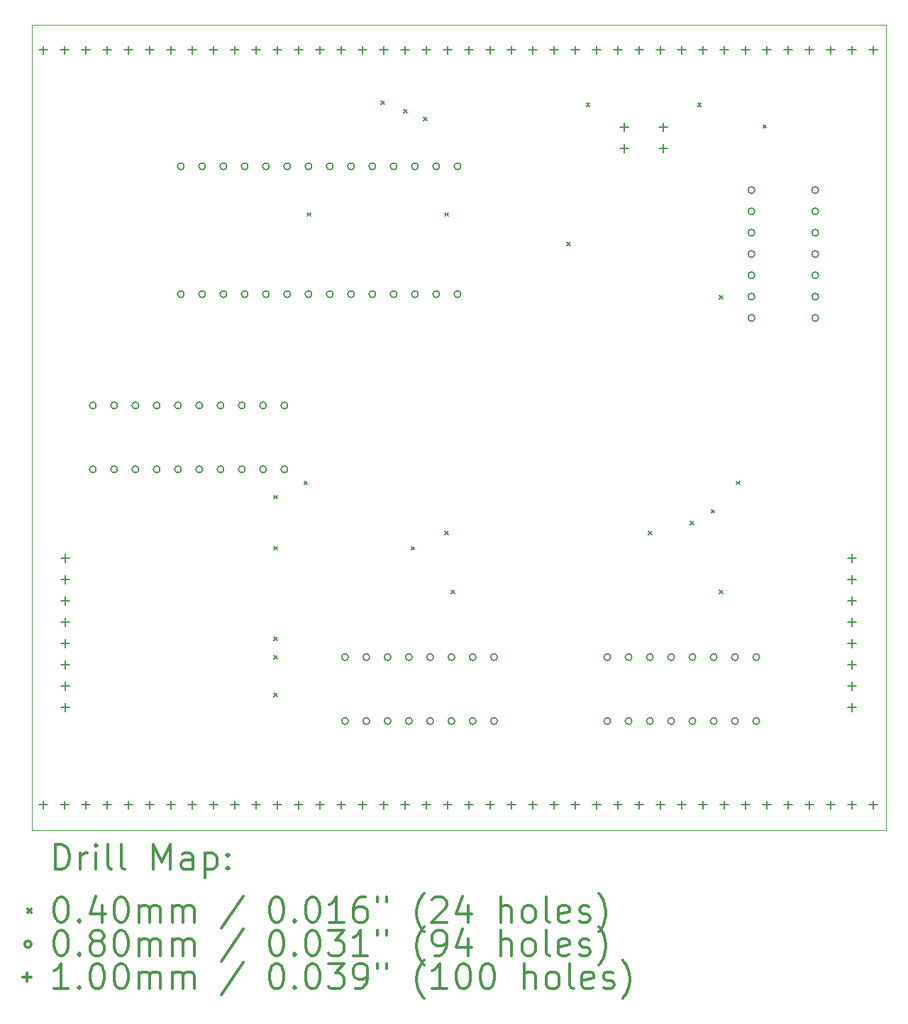
<source format=gbr>
%FSLAX45Y45*%
G04 Gerber Fmt 4.5, Leading zero omitted, Abs format (unit mm)*
G04 Created by KiCad (PCBNEW (5.1.9)-1) date 2021-10-24 10:03:26*
%MOMM*%
%LPD*%
G01*
G04 APERTURE LIST*
%TA.AperFunction,Profile*%
%ADD10C,0.100000*%
%TD*%
%ADD11C,0.200000*%
%ADD12C,0.300000*%
G04 APERTURE END LIST*
D10*
X8500000Y-13900000D02*
X8500000Y-4300000D01*
X18700000Y-13900000D02*
X8500000Y-13900000D01*
X18700000Y-4300000D02*
X18700000Y-13900000D01*
X8500000Y-4300000D02*
X18700000Y-4300000D01*
D11*
X11390000Y-9910000D02*
X11430000Y-9950000D01*
X11430000Y-9910000D02*
X11390000Y-9950000D01*
X11390000Y-10520000D02*
X11430000Y-10560000D01*
X11430000Y-10520000D02*
X11390000Y-10560000D01*
X11390000Y-11600000D02*
X11430000Y-11640000D01*
X11430000Y-11600000D02*
X11390000Y-11640000D01*
X11390000Y-11820000D02*
X11430000Y-11860000D01*
X11430000Y-11820000D02*
X11390000Y-11860000D01*
X11390000Y-12270000D02*
X11430000Y-12310000D01*
X11430000Y-12270000D02*
X11390000Y-12310000D01*
X11750000Y-9740000D02*
X11790000Y-9780000D01*
X11790000Y-9740000D02*
X11750000Y-9780000D01*
X11790000Y-6540000D02*
X11830000Y-6580000D01*
X11830000Y-6540000D02*
X11790000Y-6580000D01*
X12670000Y-5210000D02*
X12710000Y-5250000D01*
X12710000Y-5210000D02*
X12670000Y-5250000D01*
X12940000Y-5310000D02*
X12980000Y-5350000D01*
X12980000Y-5310000D02*
X12940000Y-5350000D01*
X13030000Y-10520000D02*
X13070000Y-10560000D01*
X13070000Y-10520000D02*
X13030000Y-10560000D01*
X13180000Y-5400000D02*
X13220000Y-5440000D01*
X13220000Y-5400000D02*
X13180000Y-5440000D01*
X13430000Y-6540000D02*
X13470000Y-6580000D01*
X13470000Y-6540000D02*
X13430000Y-6580000D01*
X13430000Y-10340000D02*
X13470000Y-10380000D01*
X13470000Y-10340000D02*
X13430000Y-10380000D01*
X13510000Y-11040000D02*
X13550000Y-11080000D01*
X13550000Y-11040000D02*
X13510000Y-11080000D01*
X14890000Y-6890000D02*
X14930000Y-6930000D01*
X14930000Y-6890000D02*
X14890000Y-6930000D01*
X15120000Y-5230000D02*
X15160000Y-5270000D01*
X15160000Y-5230000D02*
X15120000Y-5270000D01*
X15860000Y-10340000D02*
X15900000Y-10380000D01*
X15900000Y-10340000D02*
X15860000Y-10380000D01*
X16360000Y-10220000D02*
X16400000Y-10260000D01*
X16400000Y-10220000D02*
X16360000Y-10260000D01*
X16450000Y-5230000D02*
X16490000Y-5270000D01*
X16490000Y-5230000D02*
X16450000Y-5270000D01*
X16610000Y-10080000D02*
X16650000Y-10120000D01*
X16650000Y-10080000D02*
X16610000Y-10120000D01*
X16710000Y-7530000D02*
X16750000Y-7570000D01*
X16750000Y-7530000D02*
X16710000Y-7570000D01*
X16710000Y-11040000D02*
X16750000Y-11080000D01*
X16750000Y-11040000D02*
X16710000Y-11080000D01*
X16910000Y-9740000D02*
X16950000Y-9780000D01*
X16950000Y-9740000D02*
X16910000Y-9780000D01*
X17230000Y-5490000D02*
X17270000Y-5530000D01*
X17270000Y-5490000D02*
X17230000Y-5530000D01*
X9270000Y-8838000D02*
G75*
G03*
X9270000Y-8838000I-40000J0D01*
G01*
X9270000Y-9600000D02*
G75*
G03*
X9270000Y-9600000I-40000J0D01*
G01*
X9524000Y-8838000D02*
G75*
G03*
X9524000Y-8838000I-40000J0D01*
G01*
X9524000Y-9600000D02*
G75*
G03*
X9524000Y-9600000I-40000J0D01*
G01*
X9778000Y-8838000D02*
G75*
G03*
X9778000Y-8838000I-40000J0D01*
G01*
X9778000Y-9600000D02*
G75*
G03*
X9778000Y-9600000I-40000J0D01*
G01*
X10032000Y-8838000D02*
G75*
G03*
X10032000Y-8838000I-40000J0D01*
G01*
X10032000Y-9600000D02*
G75*
G03*
X10032000Y-9600000I-40000J0D01*
G01*
X10286000Y-8838000D02*
G75*
G03*
X10286000Y-8838000I-40000J0D01*
G01*
X10286000Y-9600000D02*
G75*
G03*
X10286000Y-9600000I-40000J0D01*
G01*
X10320000Y-5986000D02*
G75*
G03*
X10320000Y-5986000I-40000J0D01*
G01*
X10320000Y-7510000D02*
G75*
G03*
X10320000Y-7510000I-40000J0D01*
G01*
X10540000Y-8838000D02*
G75*
G03*
X10540000Y-8838000I-40000J0D01*
G01*
X10540000Y-9600000D02*
G75*
G03*
X10540000Y-9600000I-40000J0D01*
G01*
X10574000Y-5986000D02*
G75*
G03*
X10574000Y-5986000I-40000J0D01*
G01*
X10574000Y-7510000D02*
G75*
G03*
X10574000Y-7510000I-40000J0D01*
G01*
X10794000Y-8838000D02*
G75*
G03*
X10794000Y-8838000I-40000J0D01*
G01*
X10794000Y-9600000D02*
G75*
G03*
X10794000Y-9600000I-40000J0D01*
G01*
X10828000Y-5986000D02*
G75*
G03*
X10828000Y-5986000I-40000J0D01*
G01*
X10828000Y-7510000D02*
G75*
G03*
X10828000Y-7510000I-40000J0D01*
G01*
X11048000Y-8838000D02*
G75*
G03*
X11048000Y-8838000I-40000J0D01*
G01*
X11048000Y-9600000D02*
G75*
G03*
X11048000Y-9600000I-40000J0D01*
G01*
X11082000Y-5986000D02*
G75*
G03*
X11082000Y-5986000I-40000J0D01*
G01*
X11082000Y-7510000D02*
G75*
G03*
X11082000Y-7510000I-40000J0D01*
G01*
X11302000Y-8838000D02*
G75*
G03*
X11302000Y-8838000I-40000J0D01*
G01*
X11302000Y-9600000D02*
G75*
G03*
X11302000Y-9600000I-40000J0D01*
G01*
X11336000Y-5986000D02*
G75*
G03*
X11336000Y-5986000I-40000J0D01*
G01*
X11336000Y-7510000D02*
G75*
G03*
X11336000Y-7510000I-40000J0D01*
G01*
X11556000Y-8838000D02*
G75*
G03*
X11556000Y-8838000I-40000J0D01*
G01*
X11556000Y-9600000D02*
G75*
G03*
X11556000Y-9600000I-40000J0D01*
G01*
X11590000Y-5986000D02*
G75*
G03*
X11590000Y-5986000I-40000J0D01*
G01*
X11590000Y-7510000D02*
G75*
G03*
X11590000Y-7510000I-40000J0D01*
G01*
X11844000Y-5986000D02*
G75*
G03*
X11844000Y-5986000I-40000J0D01*
G01*
X11844000Y-7510000D02*
G75*
G03*
X11844000Y-7510000I-40000J0D01*
G01*
X12098000Y-5986000D02*
G75*
G03*
X12098000Y-5986000I-40000J0D01*
G01*
X12098000Y-7510000D02*
G75*
G03*
X12098000Y-7510000I-40000J0D01*
G01*
X12280000Y-11838000D02*
G75*
G03*
X12280000Y-11838000I-40000J0D01*
G01*
X12280000Y-12600000D02*
G75*
G03*
X12280000Y-12600000I-40000J0D01*
G01*
X12352000Y-5986000D02*
G75*
G03*
X12352000Y-5986000I-40000J0D01*
G01*
X12352000Y-7510000D02*
G75*
G03*
X12352000Y-7510000I-40000J0D01*
G01*
X12534000Y-11838000D02*
G75*
G03*
X12534000Y-11838000I-40000J0D01*
G01*
X12534000Y-12600000D02*
G75*
G03*
X12534000Y-12600000I-40000J0D01*
G01*
X12606000Y-5986000D02*
G75*
G03*
X12606000Y-5986000I-40000J0D01*
G01*
X12606000Y-7510000D02*
G75*
G03*
X12606000Y-7510000I-40000J0D01*
G01*
X12788000Y-11838000D02*
G75*
G03*
X12788000Y-11838000I-40000J0D01*
G01*
X12788000Y-12600000D02*
G75*
G03*
X12788000Y-12600000I-40000J0D01*
G01*
X12860000Y-5986000D02*
G75*
G03*
X12860000Y-5986000I-40000J0D01*
G01*
X12860000Y-7510000D02*
G75*
G03*
X12860000Y-7510000I-40000J0D01*
G01*
X13042000Y-11838000D02*
G75*
G03*
X13042000Y-11838000I-40000J0D01*
G01*
X13042000Y-12600000D02*
G75*
G03*
X13042000Y-12600000I-40000J0D01*
G01*
X13114000Y-5986000D02*
G75*
G03*
X13114000Y-5986000I-40000J0D01*
G01*
X13114000Y-7510000D02*
G75*
G03*
X13114000Y-7510000I-40000J0D01*
G01*
X13296000Y-11838000D02*
G75*
G03*
X13296000Y-11838000I-40000J0D01*
G01*
X13296000Y-12600000D02*
G75*
G03*
X13296000Y-12600000I-40000J0D01*
G01*
X13368000Y-5986000D02*
G75*
G03*
X13368000Y-5986000I-40000J0D01*
G01*
X13368000Y-7510000D02*
G75*
G03*
X13368000Y-7510000I-40000J0D01*
G01*
X13550000Y-11838000D02*
G75*
G03*
X13550000Y-11838000I-40000J0D01*
G01*
X13550000Y-12600000D02*
G75*
G03*
X13550000Y-12600000I-40000J0D01*
G01*
X13622000Y-5986000D02*
G75*
G03*
X13622000Y-5986000I-40000J0D01*
G01*
X13622000Y-7510000D02*
G75*
G03*
X13622000Y-7510000I-40000J0D01*
G01*
X13804000Y-11838000D02*
G75*
G03*
X13804000Y-11838000I-40000J0D01*
G01*
X13804000Y-12600000D02*
G75*
G03*
X13804000Y-12600000I-40000J0D01*
G01*
X14058000Y-11838000D02*
G75*
G03*
X14058000Y-11838000I-40000J0D01*
G01*
X14058000Y-12600000D02*
G75*
G03*
X14058000Y-12600000I-40000J0D01*
G01*
X15410000Y-11838000D02*
G75*
G03*
X15410000Y-11838000I-40000J0D01*
G01*
X15410000Y-12600000D02*
G75*
G03*
X15410000Y-12600000I-40000J0D01*
G01*
X15664000Y-11838000D02*
G75*
G03*
X15664000Y-11838000I-40000J0D01*
G01*
X15664000Y-12600000D02*
G75*
G03*
X15664000Y-12600000I-40000J0D01*
G01*
X15918000Y-11838000D02*
G75*
G03*
X15918000Y-11838000I-40000J0D01*
G01*
X15918000Y-12600000D02*
G75*
G03*
X15918000Y-12600000I-40000J0D01*
G01*
X16172000Y-11838000D02*
G75*
G03*
X16172000Y-11838000I-40000J0D01*
G01*
X16172000Y-12600000D02*
G75*
G03*
X16172000Y-12600000I-40000J0D01*
G01*
X16426000Y-11838000D02*
G75*
G03*
X16426000Y-11838000I-40000J0D01*
G01*
X16426000Y-12600000D02*
G75*
G03*
X16426000Y-12600000I-40000J0D01*
G01*
X16680000Y-11838000D02*
G75*
G03*
X16680000Y-11838000I-40000J0D01*
G01*
X16680000Y-12600000D02*
G75*
G03*
X16680000Y-12600000I-40000J0D01*
G01*
X16934000Y-11838000D02*
G75*
G03*
X16934000Y-11838000I-40000J0D01*
G01*
X16934000Y-12600000D02*
G75*
G03*
X16934000Y-12600000I-40000J0D01*
G01*
X17130000Y-6270000D02*
G75*
G03*
X17130000Y-6270000I-40000J0D01*
G01*
X17130000Y-6524000D02*
G75*
G03*
X17130000Y-6524000I-40000J0D01*
G01*
X17130000Y-6778000D02*
G75*
G03*
X17130000Y-6778000I-40000J0D01*
G01*
X17130000Y-7032000D02*
G75*
G03*
X17130000Y-7032000I-40000J0D01*
G01*
X17130000Y-7286000D02*
G75*
G03*
X17130000Y-7286000I-40000J0D01*
G01*
X17130000Y-7540000D02*
G75*
G03*
X17130000Y-7540000I-40000J0D01*
G01*
X17130000Y-7794000D02*
G75*
G03*
X17130000Y-7794000I-40000J0D01*
G01*
X17188000Y-11838000D02*
G75*
G03*
X17188000Y-11838000I-40000J0D01*
G01*
X17188000Y-12600000D02*
G75*
G03*
X17188000Y-12600000I-40000J0D01*
G01*
X17892000Y-6270000D02*
G75*
G03*
X17892000Y-6270000I-40000J0D01*
G01*
X17892000Y-6524000D02*
G75*
G03*
X17892000Y-6524000I-40000J0D01*
G01*
X17892000Y-6778000D02*
G75*
G03*
X17892000Y-6778000I-40000J0D01*
G01*
X17892000Y-7032000D02*
G75*
G03*
X17892000Y-7032000I-40000J0D01*
G01*
X17892000Y-7286000D02*
G75*
G03*
X17892000Y-7286000I-40000J0D01*
G01*
X17892000Y-7540000D02*
G75*
G03*
X17892000Y-7540000I-40000J0D01*
G01*
X17892000Y-7794000D02*
G75*
G03*
X17892000Y-7794000I-40000J0D01*
G01*
X8640000Y-4550000D02*
X8640000Y-4650000D01*
X8590000Y-4600000D02*
X8690000Y-4600000D01*
X8640000Y-13550000D02*
X8640000Y-13650000D01*
X8590000Y-13600000D02*
X8690000Y-13600000D01*
X8894000Y-4550000D02*
X8894000Y-4650000D01*
X8844000Y-4600000D02*
X8944000Y-4600000D01*
X8894000Y-13550000D02*
X8894000Y-13650000D01*
X8844000Y-13600000D02*
X8944000Y-13600000D01*
X8900000Y-10610000D02*
X8900000Y-10710000D01*
X8850000Y-10660000D02*
X8950000Y-10660000D01*
X8900000Y-10864000D02*
X8900000Y-10964000D01*
X8850000Y-10914000D02*
X8950000Y-10914000D01*
X8900000Y-11118000D02*
X8900000Y-11218000D01*
X8850000Y-11168000D02*
X8950000Y-11168000D01*
X8900000Y-11372000D02*
X8900000Y-11472000D01*
X8850000Y-11422000D02*
X8950000Y-11422000D01*
X8900000Y-11626000D02*
X8900000Y-11726000D01*
X8850000Y-11676000D02*
X8950000Y-11676000D01*
X8900000Y-11880000D02*
X8900000Y-11980000D01*
X8850000Y-11930000D02*
X8950000Y-11930000D01*
X8900000Y-12134000D02*
X8900000Y-12234000D01*
X8850000Y-12184000D02*
X8950000Y-12184000D01*
X8900000Y-12388000D02*
X8900000Y-12488000D01*
X8850000Y-12438000D02*
X8950000Y-12438000D01*
X9148000Y-4550000D02*
X9148000Y-4650000D01*
X9098000Y-4600000D02*
X9198000Y-4600000D01*
X9148000Y-13550000D02*
X9148000Y-13650000D01*
X9098000Y-13600000D02*
X9198000Y-13600000D01*
X9402000Y-4550000D02*
X9402000Y-4650000D01*
X9352000Y-4600000D02*
X9452000Y-4600000D01*
X9402000Y-13550000D02*
X9402000Y-13650000D01*
X9352000Y-13600000D02*
X9452000Y-13600000D01*
X9656000Y-4550000D02*
X9656000Y-4650000D01*
X9606000Y-4600000D02*
X9706000Y-4600000D01*
X9656000Y-13550000D02*
X9656000Y-13650000D01*
X9606000Y-13600000D02*
X9706000Y-13600000D01*
X9910000Y-4550000D02*
X9910000Y-4650000D01*
X9860000Y-4600000D02*
X9960000Y-4600000D01*
X9910000Y-13550000D02*
X9910000Y-13650000D01*
X9860000Y-13600000D02*
X9960000Y-13600000D01*
X10164000Y-4550000D02*
X10164000Y-4650000D01*
X10114000Y-4600000D02*
X10214000Y-4600000D01*
X10164000Y-13550000D02*
X10164000Y-13650000D01*
X10114000Y-13600000D02*
X10214000Y-13600000D01*
X10418000Y-4550000D02*
X10418000Y-4650000D01*
X10368000Y-4600000D02*
X10468000Y-4600000D01*
X10418000Y-13550000D02*
X10418000Y-13650000D01*
X10368000Y-13600000D02*
X10468000Y-13600000D01*
X10672000Y-4550000D02*
X10672000Y-4650000D01*
X10622000Y-4600000D02*
X10722000Y-4600000D01*
X10672000Y-13550000D02*
X10672000Y-13650000D01*
X10622000Y-13600000D02*
X10722000Y-13600000D01*
X10926000Y-4550000D02*
X10926000Y-4650000D01*
X10876000Y-4600000D02*
X10976000Y-4600000D01*
X10926000Y-13550000D02*
X10926000Y-13650000D01*
X10876000Y-13600000D02*
X10976000Y-13600000D01*
X11180000Y-4550000D02*
X11180000Y-4650000D01*
X11130000Y-4600000D02*
X11230000Y-4600000D01*
X11180000Y-13550000D02*
X11180000Y-13650000D01*
X11130000Y-13600000D02*
X11230000Y-13600000D01*
X11434000Y-4550000D02*
X11434000Y-4650000D01*
X11384000Y-4600000D02*
X11484000Y-4600000D01*
X11434000Y-13550000D02*
X11434000Y-13650000D01*
X11384000Y-13600000D02*
X11484000Y-13600000D01*
X11688000Y-4550000D02*
X11688000Y-4650000D01*
X11638000Y-4600000D02*
X11738000Y-4600000D01*
X11688000Y-13550000D02*
X11688000Y-13650000D01*
X11638000Y-13600000D02*
X11738000Y-13600000D01*
X11942000Y-4550000D02*
X11942000Y-4650000D01*
X11892000Y-4600000D02*
X11992000Y-4600000D01*
X11942000Y-13550000D02*
X11942000Y-13650000D01*
X11892000Y-13600000D02*
X11992000Y-13600000D01*
X12196000Y-4550000D02*
X12196000Y-4650000D01*
X12146000Y-4600000D02*
X12246000Y-4600000D01*
X12196000Y-13550000D02*
X12196000Y-13650000D01*
X12146000Y-13600000D02*
X12246000Y-13600000D01*
X12450000Y-4550000D02*
X12450000Y-4650000D01*
X12400000Y-4600000D02*
X12500000Y-4600000D01*
X12450000Y-13550000D02*
X12450000Y-13650000D01*
X12400000Y-13600000D02*
X12500000Y-13600000D01*
X12704000Y-4550000D02*
X12704000Y-4650000D01*
X12654000Y-4600000D02*
X12754000Y-4600000D01*
X12704000Y-13550000D02*
X12704000Y-13650000D01*
X12654000Y-13600000D02*
X12754000Y-13600000D01*
X12958000Y-4550000D02*
X12958000Y-4650000D01*
X12908000Y-4600000D02*
X13008000Y-4600000D01*
X12958000Y-13550000D02*
X12958000Y-13650000D01*
X12908000Y-13600000D02*
X13008000Y-13600000D01*
X13212000Y-4550000D02*
X13212000Y-4650000D01*
X13162000Y-4600000D02*
X13262000Y-4600000D01*
X13212000Y-13550000D02*
X13212000Y-13650000D01*
X13162000Y-13600000D02*
X13262000Y-13600000D01*
X13466000Y-4550000D02*
X13466000Y-4650000D01*
X13416000Y-4600000D02*
X13516000Y-4600000D01*
X13466000Y-13550000D02*
X13466000Y-13650000D01*
X13416000Y-13600000D02*
X13516000Y-13600000D01*
X13720000Y-4550000D02*
X13720000Y-4650000D01*
X13670000Y-4600000D02*
X13770000Y-4600000D01*
X13720000Y-13550000D02*
X13720000Y-13650000D01*
X13670000Y-13600000D02*
X13770000Y-13600000D01*
X13974000Y-4550000D02*
X13974000Y-4650000D01*
X13924000Y-4600000D02*
X14024000Y-4600000D01*
X13974000Y-13550000D02*
X13974000Y-13650000D01*
X13924000Y-13600000D02*
X14024000Y-13600000D01*
X14228000Y-4550000D02*
X14228000Y-4650000D01*
X14178000Y-4600000D02*
X14278000Y-4600000D01*
X14228000Y-13550000D02*
X14228000Y-13650000D01*
X14178000Y-13600000D02*
X14278000Y-13600000D01*
X14482000Y-4550000D02*
X14482000Y-4650000D01*
X14432000Y-4600000D02*
X14532000Y-4600000D01*
X14482000Y-13550000D02*
X14482000Y-13650000D01*
X14432000Y-13600000D02*
X14532000Y-13600000D01*
X14736000Y-4550000D02*
X14736000Y-4650000D01*
X14686000Y-4600000D02*
X14786000Y-4600000D01*
X14736000Y-13550000D02*
X14736000Y-13650000D01*
X14686000Y-13600000D02*
X14786000Y-13600000D01*
X14990000Y-4550000D02*
X14990000Y-4650000D01*
X14940000Y-4600000D02*
X15040000Y-4600000D01*
X14990000Y-13550000D02*
X14990000Y-13650000D01*
X14940000Y-13600000D02*
X15040000Y-13600000D01*
X15244000Y-4550000D02*
X15244000Y-4650000D01*
X15194000Y-4600000D02*
X15294000Y-4600000D01*
X15244000Y-13550000D02*
X15244000Y-13650000D01*
X15194000Y-13600000D02*
X15294000Y-13600000D01*
X15498000Y-4550000D02*
X15498000Y-4650000D01*
X15448000Y-4600000D02*
X15548000Y-4600000D01*
X15498000Y-13550000D02*
X15498000Y-13650000D01*
X15448000Y-13600000D02*
X15548000Y-13600000D01*
X15570000Y-5470000D02*
X15570000Y-5570000D01*
X15520000Y-5520000D02*
X15620000Y-5520000D01*
X15570000Y-5724000D02*
X15570000Y-5824000D01*
X15520000Y-5774000D02*
X15620000Y-5774000D01*
X15752000Y-4550000D02*
X15752000Y-4650000D01*
X15702000Y-4600000D02*
X15802000Y-4600000D01*
X15752000Y-13550000D02*
X15752000Y-13650000D01*
X15702000Y-13600000D02*
X15802000Y-13600000D01*
X16006000Y-4550000D02*
X16006000Y-4650000D01*
X15956000Y-4600000D02*
X16056000Y-4600000D01*
X16006000Y-13550000D02*
X16006000Y-13650000D01*
X15956000Y-13600000D02*
X16056000Y-13600000D01*
X16035000Y-5470000D02*
X16035000Y-5570000D01*
X15985000Y-5520000D02*
X16085000Y-5520000D01*
X16035000Y-5724000D02*
X16035000Y-5824000D01*
X15985000Y-5774000D02*
X16085000Y-5774000D01*
X16260000Y-4550000D02*
X16260000Y-4650000D01*
X16210000Y-4600000D02*
X16310000Y-4600000D01*
X16260000Y-13550000D02*
X16260000Y-13650000D01*
X16210000Y-13600000D02*
X16310000Y-13600000D01*
X16514000Y-4550000D02*
X16514000Y-4650000D01*
X16464000Y-4600000D02*
X16564000Y-4600000D01*
X16514000Y-13550000D02*
X16514000Y-13650000D01*
X16464000Y-13600000D02*
X16564000Y-13600000D01*
X16768000Y-4550000D02*
X16768000Y-4650000D01*
X16718000Y-4600000D02*
X16818000Y-4600000D01*
X16768000Y-13550000D02*
X16768000Y-13650000D01*
X16718000Y-13600000D02*
X16818000Y-13600000D01*
X17022000Y-4550000D02*
X17022000Y-4650000D01*
X16972000Y-4600000D02*
X17072000Y-4600000D01*
X17022000Y-13550000D02*
X17022000Y-13650000D01*
X16972000Y-13600000D02*
X17072000Y-13600000D01*
X17276000Y-4550000D02*
X17276000Y-4650000D01*
X17226000Y-4600000D02*
X17326000Y-4600000D01*
X17276000Y-13550000D02*
X17276000Y-13650000D01*
X17226000Y-13600000D02*
X17326000Y-13600000D01*
X17530000Y-4550000D02*
X17530000Y-4650000D01*
X17480000Y-4600000D02*
X17580000Y-4600000D01*
X17530000Y-13550000D02*
X17530000Y-13650000D01*
X17480000Y-13600000D02*
X17580000Y-13600000D01*
X17784000Y-4550000D02*
X17784000Y-4650000D01*
X17734000Y-4600000D02*
X17834000Y-4600000D01*
X17784000Y-13550000D02*
X17784000Y-13650000D01*
X17734000Y-13600000D02*
X17834000Y-13600000D01*
X18038000Y-4550000D02*
X18038000Y-4650000D01*
X17988000Y-4600000D02*
X18088000Y-4600000D01*
X18038000Y-13550000D02*
X18038000Y-13650000D01*
X17988000Y-13600000D02*
X18088000Y-13600000D01*
X18290000Y-10610000D02*
X18290000Y-10710000D01*
X18240000Y-10660000D02*
X18340000Y-10660000D01*
X18290000Y-10864000D02*
X18290000Y-10964000D01*
X18240000Y-10914000D02*
X18340000Y-10914000D01*
X18290000Y-11118000D02*
X18290000Y-11218000D01*
X18240000Y-11168000D02*
X18340000Y-11168000D01*
X18290000Y-11372000D02*
X18290000Y-11472000D01*
X18240000Y-11422000D02*
X18340000Y-11422000D01*
X18290000Y-11626000D02*
X18290000Y-11726000D01*
X18240000Y-11676000D02*
X18340000Y-11676000D01*
X18290000Y-11880000D02*
X18290000Y-11980000D01*
X18240000Y-11930000D02*
X18340000Y-11930000D01*
X18290000Y-12134000D02*
X18290000Y-12234000D01*
X18240000Y-12184000D02*
X18340000Y-12184000D01*
X18290000Y-12388000D02*
X18290000Y-12488000D01*
X18240000Y-12438000D02*
X18340000Y-12438000D01*
X18292000Y-4550000D02*
X18292000Y-4650000D01*
X18242000Y-4600000D02*
X18342000Y-4600000D01*
X18292000Y-13550000D02*
X18292000Y-13650000D01*
X18242000Y-13600000D02*
X18342000Y-13600000D01*
X18546000Y-4550000D02*
X18546000Y-4650000D01*
X18496000Y-4600000D02*
X18596000Y-4600000D01*
X18546000Y-13550000D02*
X18546000Y-13650000D01*
X18496000Y-13600000D02*
X18596000Y-13600000D01*
D12*
X8781428Y-14370714D02*
X8781428Y-14070714D01*
X8852857Y-14070714D01*
X8895714Y-14085000D01*
X8924286Y-14113571D01*
X8938571Y-14142143D01*
X8952857Y-14199286D01*
X8952857Y-14242143D01*
X8938571Y-14299286D01*
X8924286Y-14327857D01*
X8895714Y-14356429D01*
X8852857Y-14370714D01*
X8781428Y-14370714D01*
X9081428Y-14370714D02*
X9081428Y-14170714D01*
X9081428Y-14227857D02*
X9095714Y-14199286D01*
X9110000Y-14185000D01*
X9138571Y-14170714D01*
X9167143Y-14170714D01*
X9267143Y-14370714D02*
X9267143Y-14170714D01*
X9267143Y-14070714D02*
X9252857Y-14085000D01*
X9267143Y-14099286D01*
X9281428Y-14085000D01*
X9267143Y-14070714D01*
X9267143Y-14099286D01*
X9452857Y-14370714D02*
X9424286Y-14356429D01*
X9410000Y-14327857D01*
X9410000Y-14070714D01*
X9610000Y-14370714D02*
X9581428Y-14356429D01*
X9567143Y-14327857D01*
X9567143Y-14070714D01*
X9952857Y-14370714D02*
X9952857Y-14070714D01*
X10052857Y-14285000D01*
X10152857Y-14070714D01*
X10152857Y-14370714D01*
X10424286Y-14370714D02*
X10424286Y-14213571D01*
X10410000Y-14185000D01*
X10381428Y-14170714D01*
X10324286Y-14170714D01*
X10295714Y-14185000D01*
X10424286Y-14356429D02*
X10395714Y-14370714D01*
X10324286Y-14370714D01*
X10295714Y-14356429D01*
X10281428Y-14327857D01*
X10281428Y-14299286D01*
X10295714Y-14270714D01*
X10324286Y-14256429D01*
X10395714Y-14256429D01*
X10424286Y-14242143D01*
X10567143Y-14170714D02*
X10567143Y-14470714D01*
X10567143Y-14185000D02*
X10595714Y-14170714D01*
X10652857Y-14170714D01*
X10681428Y-14185000D01*
X10695714Y-14199286D01*
X10710000Y-14227857D01*
X10710000Y-14313571D01*
X10695714Y-14342143D01*
X10681428Y-14356429D01*
X10652857Y-14370714D01*
X10595714Y-14370714D01*
X10567143Y-14356429D01*
X10838571Y-14342143D02*
X10852857Y-14356429D01*
X10838571Y-14370714D01*
X10824286Y-14356429D01*
X10838571Y-14342143D01*
X10838571Y-14370714D01*
X10838571Y-14185000D02*
X10852857Y-14199286D01*
X10838571Y-14213571D01*
X10824286Y-14199286D01*
X10838571Y-14185000D01*
X10838571Y-14213571D01*
X8455000Y-14845000D02*
X8495000Y-14885000D01*
X8495000Y-14845000D02*
X8455000Y-14885000D01*
X8838571Y-14700714D02*
X8867143Y-14700714D01*
X8895714Y-14715000D01*
X8910000Y-14729286D01*
X8924286Y-14757857D01*
X8938571Y-14815000D01*
X8938571Y-14886429D01*
X8924286Y-14943571D01*
X8910000Y-14972143D01*
X8895714Y-14986429D01*
X8867143Y-15000714D01*
X8838571Y-15000714D01*
X8810000Y-14986429D01*
X8795714Y-14972143D01*
X8781428Y-14943571D01*
X8767143Y-14886429D01*
X8767143Y-14815000D01*
X8781428Y-14757857D01*
X8795714Y-14729286D01*
X8810000Y-14715000D01*
X8838571Y-14700714D01*
X9067143Y-14972143D02*
X9081428Y-14986429D01*
X9067143Y-15000714D01*
X9052857Y-14986429D01*
X9067143Y-14972143D01*
X9067143Y-15000714D01*
X9338571Y-14800714D02*
X9338571Y-15000714D01*
X9267143Y-14686429D02*
X9195714Y-14900714D01*
X9381428Y-14900714D01*
X9552857Y-14700714D02*
X9581428Y-14700714D01*
X9610000Y-14715000D01*
X9624286Y-14729286D01*
X9638571Y-14757857D01*
X9652857Y-14815000D01*
X9652857Y-14886429D01*
X9638571Y-14943571D01*
X9624286Y-14972143D01*
X9610000Y-14986429D01*
X9581428Y-15000714D01*
X9552857Y-15000714D01*
X9524286Y-14986429D01*
X9510000Y-14972143D01*
X9495714Y-14943571D01*
X9481428Y-14886429D01*
X9481428Y-14815000D01*
X9495714Y-14757857D01*
X9510000Y-14729286D01*
X9524286Y-14715000D01*
X9552857Y-14700714D01*
X9781428Y-15000714D02*
X9781428Y-14800714D01*
X9781428Y-14829286D02*
X9795714Y-14815000D01*
X9824286Y-14800714D01*
X9867143Y-14800714D01*
X9895714Y-14815000D01*
X9910000Y-14843571D01*
X9910000Y-15000714D01*
X9910000Y-14843571D02*
X9924286Y-14815000D01*
X9952857Y-14800714D01*
X9995714Y-14800714D01*
X10024286Y-14815000D01*
X10038571Y-14843571D01*
X10038571Y-15000714D01*
X10181428Y-15000714D02*
X10181428Y-14800714D01*
X10181428Y-14829286D02*
X10195714Y-14815000D01*
X10224286Y-14800714D01*
X10267143Y-14800714D01*
X10295714Y-14815000D01*
X10310000Y-14843571D01*
X10310000Y-15000714D01*
X10310000Y-14843571D02*
X10324286Y-14815000D01*
X10352857Y-14800714D01*
X10395714Y-14800714D01*
X10424286Y-14815000D01*
X10438571Y-14843571D01*
X10438571Y-15000714D01*
X11024286Y-14686429D02*
X10767143Y-15072143D01*
X11410000Y-14700714D02*
X11438571Y-14700714D01*
X11467143Y-14715000D01*
X11481428Y-14729286D01*
X11495714Y-14757857D01*
X11510000Y-14815000D01*
X11510000Y-14886429D01*
X11495714Y-14943571D01*
X11481428Y-14972143D01*
X11467143Y-14986429D01*
X11438571Y-15000714D01*
X11410000Y-15000714D01*
X11381428Y-14986429D01*
X11367143Y-14972143D01*
X11352857Y-14943571D01*
X11338571Y-14886429D01*
X11338571Y-14815000D01*
X11352857Y-14757857D01*
X11367143Y-14729286D01*
X11381428Y-14715000D01*
X11410000Y-14700714D01*
X11638571Y-14972143D02*
X11652857Y-14986429D01*
X11638571Y-15000714D01*
X11624286Y-14986429D01*
X11638571Y-14972143D01*
X11638571Y-15000714D01*
X11838571Y-14700714D02*
X11867143Y-14700714D01*
X11895714Y-14715000D01*
X11910000Y-14729286D01*
X11924286Y-14757857D01*
X11938571Y-14815000D01*
X11938571Y-14886429D01*
X11924286Y-14943571D01*
X11910000Y-14972143D01*
X11895714Y-14986429D01*
X11867143Y-15000714D01*
X11838571Y-15000714D01*
X11810000Y-14986429D01*
X11795714Y-14972143D01*
X11781428Y-14943571D01*
X11767143Y-14886429D01*
X11767143Y-14815000D01*
X11781428Y-14757857D01*
X11795714Y-14729286D01*
X11810000Y-14715000D01*
X11838571Y-14700714D01*
X12224286Y-15000714D02*
X12052857Y-15000714D01*
X12138571Y-15000714D02*
X12138571Y-14700714D01*
X12110000Y-14743571D01*
X12081428Y-14772143D01*
X12052857Y-14786429D01*
X12481428Y-14700714D02*
X12424286Y-14700714D01*
X12395714Y-14715000D01*
X12381428Y-14729286D01*
X12352857Y-14772143D01*
X12338571Y-14829286D01*
X12338571Y-14943571D01*
X12352857Y-14972143D01*
X12367143Y-14986429D01*
X12395714Y-15000714D01*
X12452857Y-15000714D01*
X12481428Y-14986429D01*
X12495714Y-14972143D01*
X12510000Y-14943571D01*
X12510000Y-14872143D01*
X12495714Y-14843571D01*
X12481428Y-14829286D01*
X12452857Y-14815000D01*
X12395714Y-14815000D01*
X12367143Y-14829286D01*
X12352857Y-14843571D01*
X12338571Y-14872143D01*
X12624286Y-14700714D02*
X12624286Y-14757857D01*
X12738571Y-14700714D02*
X12738571Y-14757857D01*
X13181428Y-15115000D02*
X13167143Y-15100714D01*
X13138571Y-15057857D01*
X13124286Y-15029286D01*
X13110000Y-14986429D01*
X13095714Y-14915000D01*
X13095714Y-14857857D01*
X13110000Y-14786429D01*
X13124286Y-14743571D01*
X13138571Y-14715000D01*
X13167143Y-14672143D01*
X13181428Y-14657857D01*
X13281428Y-14729286D02*
X13295714Y-14715000D01*
X13324286Y-14700714D01*
X13395714Y-14700714D01*
X13424286Y-14715000D01*
X13438571Y-14729286D01*
X13452857Y-14757857D01*
X13452857Y-14786429D01*
X13438571Y-14829286D01*
X13267143Y-15000714D01*
X13452857Y-15000714D01*
X13710000Y-14800714D02*
X13710000Y-15000714D01*
X13638571Y-14686429D02*
X13567143Y-14900714D01*
X13752857Y-14900714D01*
X14095714Y-15000714D02*
X14095714Y-14700714D01*
X14224286Y-15000714D02*
X14224286Y-14843571D01*
X14210000Y-14815000D01*
X14181428Y-14800714D01*
X14138571Y-14800714D01*
X14110000Y-14815000D01*
X14095714Y-14829286D01*
X14410000Y-15000714D02*
X14381428Y-14986429D01*
X14367143Y-14972143D01*
X14352857Y-14943571D01*
X14352857Y-14857857D01*
X14367143Y-14829286D01*
X14381428Y-14815000D01*
X14410000Y-14800714D01*
X14452857Y-14800714D01*
X14481428Y-14815000D01*
X14495714Y-14829286D01*
X14510000Y-14857857D01*
X14510000Y-14943571D01*
X14495714Y-14972143D01*
X14481428Y-14986429D01*
X14452857Y-15000714D01*
X14410000Y-15000714D01*
X14681428Y-15000714D02*
X14652857Y-14986429D01*
X14638571Y-14957857D01*
X14638571Y-14700714D01*
X14910000Y-14986429D02*
X14881428Y-15000714D01*
X14824286Y-15000714D01*
X14795714Y-14986429D01*
X14781428Y-14957857D01*
X14781428Y-14843571D01*
X14795714Y-14815000D01*
X14824286Y-14800714D01*
X14881428Y-14800714D01*
X14910000Y-14815000D01*
X14924286Y-14843571D01*
X14924286Y-14872143D01*
X14781428Y-14900714D01*
X15038571Y-14986429D02*
X15067143Y-15000714D01*
X15124286Y-15000714D01*
X15152857Y-14986429D01*
X15167143Y-14957857D01*
X15167143Y-14943571D01*
X15152857Y-14915000D01*
X15124286Y-14900714D01*
X15081428Y-14900714D01*
X15052857Y-14886429D01*
X15038571Y-14857857D01*
X15038571Y-14843571D01*
X15052857Y-14815000D01*
X15081428Y-14800714D01*
X15124286Y-14800714D01*
X15152857Y-14815000D01*
X15267143Y-15115000D02*
X15281428Y-15100714D01*
X15310000Y-15057857D01*
X15324286Y-15029286D01*
X15338571Y-14986429D01*
X15352857Y-14915000D01*
X15352857Y-14857857D01*
X15338571Y-14786429D01*
X15324286Y-14743571D01*
X15310000Y-14715000D01*
X15281428Y-14672143D01*
X15267143Y-14657857D01*
X8495000Y-15261000D02*
G75*
G03*
X8495000Y-15261000I-40000J0D01*
G01*
X8838571Y-15096714D02*
X8867143Y-15096714D01*
X8895714Y-15111000D01*
X8910000Y-15125286D01*
X8924286Y-15153857D01*
X8938571Y-15211000D01*
X8938571Y-15282429D01*
X8924286Y-15339571D01*
X8910000Y-15368143D01*
X8895714Y-15382429D01*
X8867143Y-15396714D01*
X8838571Y-15396714D01*
X8810000Y-15382429D01*
X8795714Y-15368143D01*
X8781428Y-15339571D01*
X8767143Y-15282429D01*
X8767143Y-15211000D01*
X8781428Y-15153857D01*
X8795714Y-15125286D01*
X8810000Y-15111000D01*
X8838571Y-15096714D01*
X9067143Y-15368143D02*
X9081428Y-15382429D01*
X9067143Y-15396714D01*
X9052857Y-15382429D01*
X9067143Y-15368143D01*
X9067143Y-15396714D01*
X9252857Y-15225286D02*
X9224286Y-15211000D01*
X9210000Y-15196714D01*
X9195714Y-15168143D01*
X9195714Y-15153857D01*
X9210000Y-15125286D01*
X9224286Y-15111000D01*
X9252857Y-15096714D01*
X9310000Y-15096714D01*
X9338571Y-15111000D01*
X9352857Y-15125286D01*
X9367143Y-15153857D01*
X9367143Y-15168143D01*
X9352857Y-15196714D01*
X9338571Y-15211000D01*
X9310000Y-15225286D01*
X9252857Y-15225286D01*
X9224286Y-15239571D01*
X9210000Y-15253857D01*
X9195714Y-15282429D01*
X9195714Y-15339571D01*
X9210000Y-15368143D01*
X9224286Y-15382429D01*
X9252857Y-15396714D01*
X9310000Y-15396714D01*
X9338571Y-15382429D01*
X9352857Y-15368143D01*
X9367143Y-15339571D01*
X9367143Y-15282429D01*
X9352857Y-15253857D01*
X9338571Y-15239571D01*
X9310000Y-15225286D01*
X9552857Y-15096714D02*
X9581428Y-15096714D01*
X9610000Y-15111000D01*
X9624286Y-15125286D01*
X9638571Y-15153857D01*
X9652857Y-15211000D01*
X9652857Y-15282429D01*
X9638571Y-15339571D01*
X9624286Y-15368143D01*
X9610000Y-15382429D01*
X9581428Y-15396714D01*
X9552857Y-15396714D01*
X9524286Y-15382429D01*
X9510000Y-15368143D01*
X9495714Y-15339571D01*
X9481428Y-15282429D01*
X9481428Y-15211000D01*
X9495714Y-15153857D01*
X9510000Y-15125286D01*
X9524286Y-15111000D01*
X9552857Y-15096714D01*
X9781428Y-15396714D02*
X9781428Y-15196714D01*
X9781428Y-15225286D02*
X9795714Y-15211000D01*
X9824286Y-15196714D01*
X9867143Y-15196714D01*
X9895714Y-15211000D01*
X9910000Y-15239571D01*
X9910000Y-15396714D01*
X9910000Y-15239571D02*
X9924286Y-15211000D01*
X9952857Y-15196714D01*
X9995714Y-15196714D01*
X10024286Y-15211000D01*
X10038571Y-15239571D01*
X10038571Y-15396714D01*
X10181428Y-15396714D02*
X10181428Y-15196714D01*
X10181428Y-15225286D02*
X10195714Y-15211000D01*
X10224286Y-15196714D01*
X10267143Y-15196714D01*
X10295714Y-15211000D01*
X10310000Y-15239571D01*
X10310000Y-15396714D01*
X10310000Y-15239571D02*
X10324286Y-15211000D01*
X10352857Y-15196714D01*
X10395714Y-15196714D01*
X10424286Y-15211000D01*
X10438571Y-15239571D01*
X10438571Y-15396714D01*
X11024286Y-15082429D02*
X10767143Y-15468143D01*
X11410000Y-15096714D02*
X11438571Y-15096714D01*
X11467143Y-15111000D01*
X11481428Y-15125286D01*
X11495714Y-15153857D01*
X11510000Y-15211000D01*
X11510000Y-15282429D01*
X11495714Y-15339571D01*
X11481428Y-15368143D01*
X11467143Y-15382429D01*
X11438571Y-15396714D01*
X11410000Y-15396714D01*
X11381428Y-15382429D01*
X11367143Y-15368143D01*
X11352857Y-15339571D01*
X11338571Y-15282429D01*
X11338571Y-15211000D01*
X11352857Y-15153857D01*
X11367143Y-15125286D01*
X11381428Y-15111000D01*
X11410000Y-15096714D01*
X11638571Y-15368143D02*
X11652857Y-15382429D01*
X11638571Y-15396714D01*
X11624286Y-15382429D01*
X11638571Y-15368143D01*
X11638571Y-15396714D01*
X11838571Y-15096714D02*
X11867143Y-15096714D01*
X11895714Y-15111000D01*
X11910000Y-15125286D01*
X11924286Y-15153857D01*
X11938571Y-15211000D01*
X11938571Y-15282429D01*
X11924286Y-15339571D01*
X11910000Y-15368143D01*
X11895714Y-15382429D01*
X11867143Y-15396714D01*
X11838571Y-15396714D01*
X11810000Y-15382429D01*
X11795714Y-15368143D01*
X11781428Y-15339571D01*
X11767143Y-15282429D01*
X11767143Y-15211000D01*
X11781428Y-15153857D01*
X11795714Y-15125286D01*
X11810000Y-15111000D01*
X11838571Y-15096714D01*
X12038571Y-15096714D02*
X12224286Y-15096714D01*
X12124286Y-15211000D01*
X12167143Y-15211000D01*
X12195714Y-15225286D01*
X12210000Y-15239571D01*
X12224286Y-15268143D01*
X12224286Y-15339571D01*
X12210000Y-15368143D01*
X12195714Y-15382429D01*
X12167143Y-15396714D01*
X12081428Y-15396714D01*
X12052857Y-15382429D01*
X12038571Y-15368143D01*
X12510000Y-15396714D02*
X12338571Y-15396714D01*
X12424286Y-15396714D02*
X12424286Y-15096714D01*
X12395714Y-15139571D01*
X12367143Y-15168143D01*
X12338571Y-15182429D01*
X12624286Y-15096714D02*
X12624286Y-15153857D01*
X12738571Y-15096714D02*
X12738571Y-15153857D01*
X13181428Y-15511000D02*
X13167143Y-15496714D01*
X13138571Y-15453857D01*
X13124286Y-15425286D01*
X13110000Y-15382429D01*
X13095714Y-15311000D01*
X13095714Y-15253857D01*
X13110000Y-15182429D01*
X13124286Y-15139571D01*
X13138571Y-15111000D01*
X13167143Y-15068143D01*
X13181428Y-15053857D01*
X13310000Y-15396714D02*
X13367143Y-15396714D01*
X13395714Y-15382429D01*
X13410000Y-15368143D01*
X13438571Y-15325286D01*
X13452857Y-15268143D01*
X13452857Y-15153857D01*
X13438571Y-15125286D01*
X13424286Y-15111000D01*
X13395714Y-15096714D01*
X13338571Y-15096714D01*
X13310000Y-15111000D01*
X13295714Y-15125286D01*
X13281428Y-15153857D01*
X13281428Y-15225286D01*
X13295714Y-15253857D01*
X13310000Y-15268143D01*
X13338571Y-15282429D01*
X13395714Y-15282429D01*
X13424286Y-15268143D01*
X13438571Y-15253857D01*
X13452857Y-15225286D01*
X13710000Y-15196714D02*
X13710000Y-15396714D01*
X13638571Y-15082429D02*
X13567143Y-15296714D01*
X13752857Y-15296714D01*
X14095714Y-15396714D02*
X14095714Y-15096714D01*
X14224286Y-15396714D02*
X14224286Y-15239571D01*
X14210000Y-15211000D01*
X14181428Y-15196714D01*
X14138571Y-15196714D01*
X14110000Y-15211000D01*
X14095714Y-15225286D01*
X14410000Y-15396714D02*
X14381428Y-15382429D01*
X14367143Y-15368143D01*
X14352857Y-15339571D01*
X14352857Y-15253857D01*
X14367143Y-15225286D01*
X14381428Y-15211000D01*
X14410000Y-15196714D01*
X14452857Y-15196714D01*
X14481428Y-15211000D01*
X14495714Y-15225286D01*
X14510000Y-15253857D01*
X14510000Y-15339571D01*
X14495714Y-15368143D01*
X14481428Y-15382429D01*
X14452857Y-15396714D01*
X14410000Y-15396714D01*
X14681428Y-15396714D02*
X14652857Y-15382429D01*
X14638571Y-15353857D01*
X14638571Y-15096714D01*
X14910000Y-15382429D02*
X14881428Y-15396714D01*
X14824286Y-15396714D01*
X14795714Y-15382429D01*
X14781428Y-15353857D01*
X14781428Y-15239571D01*
X14795714Y-15211000D01*
X14824286Y-15196714D01*
X14881428Y-15196714D01*
X14910000Y-15211000D01*
X14924286Y-15239571D01*
X14924286Y-15268143D01*
X14781428Y-15296714D01*
X15038571Y-15382429D02*
X15067143Y-15396714D01*
X15124286Y-15396714D01*
X15152857Y-15382429D01*
X15167143Y-15353857D01*
X15167143Y-15339571D01*
X15152857Y-15311000D01*
X15124286Y-15296714D01*
X15081428Y-15296714D01*
X15052857Y-15282429D01*
X15038571Y-15253857D01*
X15038571Y-15239571D01*
X15052857Y-15211000D01*
X15081428Y-15196714D01*
X15124286Y-15196714D01*
X15152857Y-15211000D01*
X15267143Y-15511000D02*
X15281428Y-15496714D01*
X15310000Y-15453857D01*
X15324286Y-15425286D01*
X15338571Y-15382429D01*
X15352857Y-15311000D01*
X15352857Y-15253857D01*
X15338571Y-15182429D01*
X15324286Y-15139571D01*
X15310000Y-15111000D01*
X15281428Y-15068143D01*
X15267143Y-15053857D01*
X8445000Y-15607000D02*
X8445000Y-15707000D01*
X8395000Y-15657000D02*
X8495000Y-15657000D01*
X8938571Y-15792714D02*
X8767143Y-15792714D01*
X8852857Y-15792714D02*
X8852857Y-15492714D01*
X8824286Y-15535571D01*
X8795714Y-15564143D01*
X8767143Y-15578429D01*
X9067143Y-15764143D02*
X9081428Y-15778429D01*
X9067143Y-15792714D01*
X9052857Y-15778429D01*
X9067143Y-15764143D01*
X9067143Y-15792714D01*
X9267143Y-15492714D02*
X9295714Y-15492714D01*
X9324286Y-15507000D01*
X9338571Y-15521286D01*
X9352857Y-15549857D01*
X9367143Y-15607000D01*
X9367143Y-15678429D01*
X9352857Y-15735571D01*
X9338571Y-15764143D01*
X9324286Y-15778429D01*
X9295714Y-15792714D01*
X9267143Y-15792714D01*
X9238571Y-15778429D01*
X9224286Y-15764143D01*
X9210000Y-15735571D01*
X9195714Y-15678429D01*
X9195714Y-15607000D01*
X9210000Y-15549857D01*
X9224286Y-15521286D01*
X9238571Y-15507000D01*
X9267143Y-15492714D01*
X9552857Y-15492714D02*
X9581428Y-15492714D01*
X9610000Y-15507000D01*
X9624286Y-15521286D01*
X9638571Y-15549857D01*
X9652857Y-15607000D01*
X9652857Y-15678429D01*
X9638571Y-15735571D01*
X9624286Y-15764143D01*
X9610000Y-15778429D01*
X9581428Y-15792714D01*
X9552857Y-15792714D01*
X9524286Y-15778429D01*
X9510000Y-15764143D01*
X9495714Y-15735571D01*
X9481428Y-15678429D01*
X9481428Y-15607000D01*
X9495714Y-15549857D01*
X9510000Y-15521286D01*
X9524286Y-15507000D01*
X9552857Y-15492714D01*
X9781428Y-15792714D02*
X9781428Y-15592714D01*
X9781428Y-15621286D02*
X9795714Y-15607000D01*
X9824286Y-15592714D01*
X9867143Y-15592714D01*
X9895714Y-15607000D01*
X9910000Y-15635571D01*
X9910000Y-15792714D01*
X9910000Y-15635571D02*
X9924286Y-15607000D01*
X9952857Y-15592714D01*
X9995714Y-15592714D01*
X10024286Y-15607000D01*
X10038571Y-15635571D01*
X10038571Y-15792714D01*
X10181428Y-15792714D02*
X10181428Y-15592714D01*
X10181428Y-15621286D02*
X10195714Y-15607000D01*
X10224286Y-15592714D01*
X10267143Y-15592714D01*
X10295714Y-15607000D01*
X10310000Y-15635571D01*
X10310000Y-15792714D01*
X10310000Y-15635571D02*
X10324286Y-15607000D01*
X10352857Y-15592714D01*
X10395714Y-15592714D01*
X10424286Y-15607000D01*
X10438571Y-15635571D01*
X10438571Y-15792714D01*
X11024286Y-15478429D02*
X10767143Y-15864143D01*
X11410000Y-15492714D02*
X11438571Y-15492714D01*
X11467143Y-15507000D01*
X11481428Y-15521286D01*
X11495714Y-15549857D01*
X11510000Y-15607000D01*
X11510000Y-15678429D01*
X11495714Y-15735571D01*
X11481428Y-15764143D01*
X11467143Y-15778429D01*
X11438571Y-15792714D01*
X11410000Y-15792714D01*
X11381428Y-15778429D01*
X11367143Y-15764143D01*
X11352857Y-15735571D01*
X11338571Y-15678429D01*
X11338571Y-15607000D01*
X11352857Y-15549857D01*
X11367143Y-15521286D01*
X11381428Y-15507000D01*
X11410000Y-15492714D01*
X11638571Y-15764143D02*
X11652857Y-15778429D01*
X11638571Y-15792714D01*
X11624286Y-15778429D01*
X11638571Y-15764143D01*
X11638571Y-15792714D01*
X11838571Y-15492714D02*
X11867143Y-15492714D01*
X11895714Y-15507000D01*
X11910000Y-15521286D01*
X11924286Y-15549857D01*
X11938571Y-15607000D01*
X11938571Y-15678429D01*
X11924286Y-15735571D01*
X11910000Y-15764143D01*
X11895714Y-15778429D01*
X11867143Y-15792714D01*
X11838571Y-15792714D01*
X11810000Y-15778429D01*
X11795714Y-15764143D01*
X11781428Y-15735571D01*
X11767143Y-15678429D01*
X11767143Y-15607000D01*
X11781428Y-15549857D01*
X11795714Y-15521286D01*
X11810000Y-15507000D01*
X11838571Y-15492714D01*
X12038571Y-15492714D02*
X12224286Y-15492714D01*
X12124286Y-15607000D01*
X12167143Y-15607000D01*
X12195714Y-15621286D01*
X12210000Y-15635571D01*
X12224286Y-15664143D01*
X12224286Y-15735571D01*
X12210000Y-15764143D01*
X12195714Y-15778429D01*
X12167143Y-15792714D01*
X12081428Y-15792714D01*
X12052857Y-15778429D01*
X12038571Y-15764143D01*
X12367143Y-15792714D02*
X12424286Y-15792714D01*
X12452857Y-15778429D01*
X12467143Y-15764143D01*
X12495714Y-15721286D01*
X12510000Y-15664143D01*
X12510000Y-15549857D01*
X12495714Y-15521286D01*
X12481428Y-15507000D01*
X12452857Y-15492714D01*
X12395714Y-15492714D01*
X12367143Y-15507000D01*
X12352857Y-15521286D01*
X12338571Y-15549857D01*
X12338571Y-15621286D01*
X12352857Y-15649857D01*
X12367143Y-15664143D01*
X12395714Y-15678429D01*
X12452857Y-15678429D01*
X12481428Y-15664143D01*
X12495714Y-15649857D01*
X12510000Y-15621286D01*
X12624286Y-15492714D02*
X12624286Y-15549857D01*
X12738571Y-15492714D02*
X12738571Y-15549857D01*
X13181428Y-15907000D02*
X13167143Y-15892714D01*
X13138571Y-15849857D01*
X13124286Y-15821286D01*
X13110000Y-15778429D01*
X13095714Y-15707000D01*
X13095714Y-15649857D01*
X13110000Y-15578429D01*
X13124286Y-15535571D01*
X13138571Y-15507000D01*
X13167143Y-15464143D01*
X13181428Y-15449857D01*
X13452857Y-15792714D02*
X13281428Y-15792714D01*
X13367143Y-15792714D02*
X13367143Y-15492714D01*
X13338571Y-15535571D01*
X13310000Y-15564143D01*
X13281428Y-15578429D01*
X13638571Y-15492714D02*
X13667143Y-15492714D01*
X13695714Y-15507000D01*
X13710000Y-15521286D01*
X13724286Y-15549857D01*
X13738571Y-15607000D01*
X13738571Y-15678429D01*
X13724286Y-15735571D01*
X13710000Y-15764143D01*
X13695714Y-15778429D01*
X13667143Y-15792714D01*
X13638571Y-15792714D01*
X13610000Y-15778429D01*
X13595714Y-15764143D01*
X13581428Y-15735571D01*
X13567143Y-15678429D01*
X13567143Y-15607000D01*
X13581428Y-15549857D01*
X13595714Y-15521286D01*
X13610000Y-15507000D01*
X13638571Y-15492714D01*
X13924286Y-15492714D02*
X13952857Y-15492714D01*
X13981428Y-15507000D01*
X13995714Y-15521286D01*
X14010000Y-15549857D01*
X14024286Y-15607000D01*
X14024286Y-15678429D01*
X14010000Y-15735571D01*
X13995714Y-15764143D01*
X13981428Y-15778429D01*
X13952857Y-15792714D01*
X13924286Y-15792714D01*
X13895714Y-15778429D01*
X13881428Y-15764143D01*
X13867143Y-15735571D01*
X13852857Y-15678429D01*
X13852857Y-15607000D01*
X13867143Y-15549857D01*
X13881428Y-15521286D01*
X13895714Y-15507000D01*
X13924286Y-15492714D01*
X14381428Y-15792714D02*
X14381428Y-15492714D01*
X14510000Y-15792714D02*
X14510000Y-15635571D01*
X14495714Y-15607000D01*
X14467143Y-15592714D01*
X14424286Y-15592714D01*
X14395714Y-15607000D01*
X14381428Y-15621286D01*
X14695714Y-15792714D02*
X14667143Y-15778429D01*
X14652857Y-15764143D01*
X14638571Y-15735571D01*
X14638571Y-15649857D01*
X14652857Y-15621286D01*
X14667143Y-15607000D01*
X14695714Y-15592714D01*
X14738571Y-15592714D01*
X14767143Y-15607000D01*
X14781428Y-15621286D01*
X14795714Y-15649857D01*
X14795714Y-15735571D01*
X14781428Y-15764143D01*
X14767143Y-15778429D01*
X14738571Y-15792714D01*
X14695714Y-15792714D01*
X14967143Y-15792714D02*
X14938571Y-15778429D01*
X14924286Y-15749857D01*
X14924286Y-15492714D01*
X15195714Y-15778429D02*
X15167143Y-15792714D01*
X15110000Y-15792714D01*
X15081428Y-15778429D01*
X15067143Y-15749857D01*
X15067143Y-15635571D01*
X15081428Y-15607000D01*
X15110000Y-15592714D01*
X15167143Y-15592714D01*
X15195714Y-15607000D01*
X15210000Y-15635571D01*
X15210000Y-15664143D01*
X15067143Y-15692714D01*
X15324286Y-15778429D02*
X15352857Y-15792714D01*
X15410000Y-15792714D01*
X15438571Y-15778429D01*
X15452857Y-15749857D01*
X15452857Y-15735571D01*
X15438571Y-15707000D01*
X15410000Y-15692714D01*
X15367143Y-15692714D01*
X15338571Y-15678429D01*
X15324286Y-15649857D01*
X15324286Y-15635571D01*
X15338571Y-15607000D01*
X15367143Y-15592714D01*
X15410000Y-15592714D01*
X15438571Y-15607000D01*
X15552857Y-15907000D02*
X15567143Y-15892714D01*
X15595714Y-15849857D01*
X15610000Y-15821286D01*
X15624286Y-15778429D01*
X15638571Y-15707000D01*
X15638571Y-15649857D01*
X15624286Y-15578429D01*
X15610000Y-15535571D01*
X15595714Y-15507000D01*
X15567143Y-15464143D01*
X15552857Y-15449857D01*
M02*

</source>
